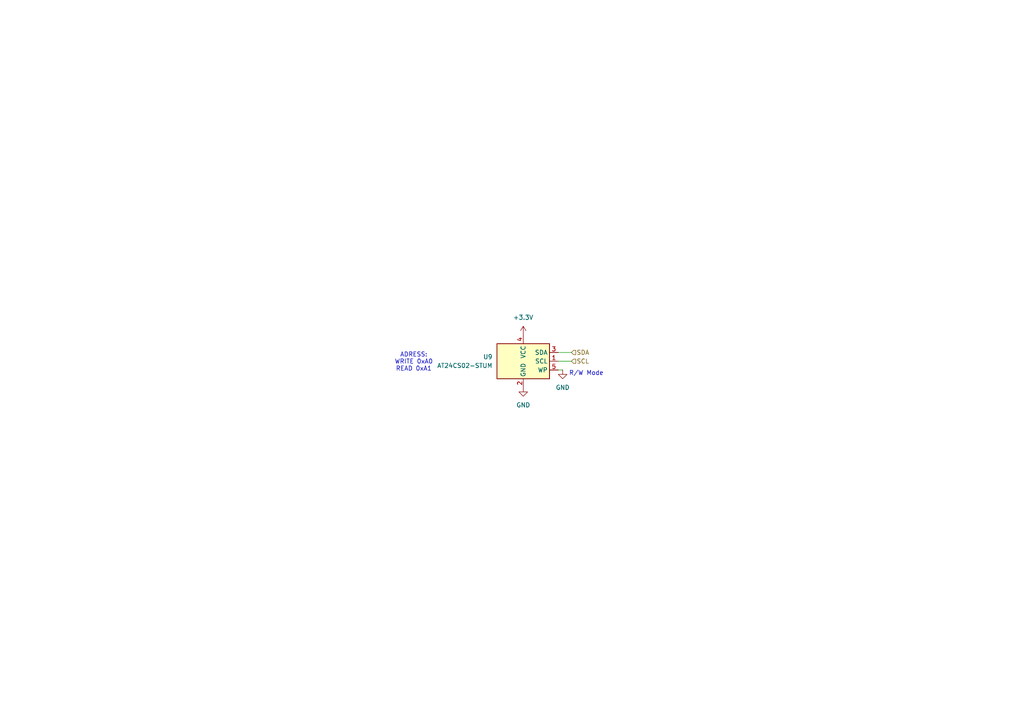
<source format=kicad_sch>
(kicad_sch (version 20231120) (generator "eeschema") (generator_version "8.0")
  (paper "A4")
  (lib_symbols
    (symbol "Memory_EEPROM:AT24CS02-STUM"
      (property "Reference" "U" (at -7.62 6.35 0))
      (property "Value" "AT24CS02-STUM" (at 2.54 -6.35 0))
      (symbol "AT24CS02-STUM_1_1"
        (rectangle (start -7.62 5.08) (end 7.62 -5.08) (stroke (width 0.254)) (fill (type background)))
        (pin input line (at 10.16 0 180) (length 2.54) (name "SCL") (number "1"))
        (pin power_in line (at 0 -7.62 90) (length 2.54) (name "GND") (number "2"))
        (pin bidirectional line (at 10.16 2.54 180) (length 2.54) (name "SDA") (number "3"))
        (pin power_in line (at 0 7.62 270) (length 2.54) (name "VCC") (number "4"))
        (pin input line (at 10.16 -2.54 180) (length 2.54) (name "WP") (number "5"))
      )
    )
    (symbol "power:+3.3V" (power) (pin_numbers hide) (pin_names (offset 0) hide)
      (property "Value" "+3.3V" (at 0 3.556 0))
      (symbol "+3.3V_0_1"
        (polyline (pts (xy -0.762 1.27) (xy 0 2.54)))
        (polyline (pts (xy 0 0) (xy 0 2.54)))
        (polyline (pts (xy 0 2.54) (xy 0.762 1.27)))
      )
      (symbol "+3.3V_1_1"
        (pin power_in line (at 0 0 90) (length 0) (name "~") (number "1"))
      )
    )
    (symbol "power:GND" (power) (pin_numbers hide) (pin_names (offset 0) hide)
      (property "Value" "GND" (at 0 -3.81 0))
      (symbol "GND_0_1"
        (polyline (pts (xy 0 0) (xy 0 -1.27) (xy 1.27 -1.27) (xy 0 -2.54) (xy -1.27 -1.27) (xy 0 -1.27)))
      )
      (symbol "GND_1_1"
        (pin power_in line (at 0 0 270) (length 0) (name "~") (number "1"))
      )
    )
  )
  (wire (pts (xy 163.195 107.315) (xy 161.925 107.315)))
  (wire (pts (xy 161.925 104.775) (xy 165.735 104.775)))
  (wire (pts (xy 165.735 102.235) (xy 161.925 102.235)))
  (text "ADRESS:\nWRITE 0xA0\nREAD 0xA1" (at 120.015 105.029 0) (effects (font (size 1.27 1.27))))
  (text "R/W Mode\n" (at 170.053 108.331 0) (effects (font (size 1.27 1.27))))
  (hierarchical_label "SDA" (shape input) (at 165.735 102.235 0))
  (hierarchical_label "SCL" (shape input) (at 165.735 104.775 0))
  (symbol (lib_id "Memory_EEPROM:AT24CS02-STUM") (at 151.765 104.775 0) (unit 1)
    (property "Reference" "U9" (at 142.875 103.5049 0) (effects (justify right)))
    (property "Value" "AT24CS02-STUM" (at 142.875 106.0449 0) (effects (justify right)))
    (property "Footprint" "Package_TO_SOT_SMD:SOT-23-5" (effects (hide yes)))
    (property "Datasheet" "http://ww1.microchip.com/downloads/en/DeviceDoc/Atmel-8815-SEEPROM-AT24CS01-02-Datasheet.pdf" (effects (hide yes)))
    (property "Description" "I2C Serial EEPROM, 2Kb (256x8) with Unique Serial Number, SOT-23-5" (effects (hide yes)))
  )
  (symbol (lib_id "power:+3.3V") (at 151.765 97.155 0) (unit 1)
    (property "Reference" "#PWR064" (effects (hide yes)))
    (property "Value" "+3.3V" (at 151.765 92.075 0))
    (property "Description" "Power symbol creates a global label with name \"+3.3V\"" (effects (hide yes)))
  )
  (symbol (lib_id "power:GND") (at 163.195 107.315 0) (unit 1)
    (property "Reference" "#PWR067" (effects (hide yes)))
    (property "Value" "GND" (at 163.195 112.395 0))
    (property "Description" "Power symbol creates a global label with name \"GND\" , ground" (effects (hide yes)))
  )
  (symbol (lib_id "power:GND") (at 151.765 112.395 0) (unit 1)
    (property "Reference" "#PWR066" (effects (hide yes)))
    (property "Value" "GND" (at 151.765 117.475 0))
    (property "Description" "Power symbol creates a global label with name \"GND\" , ground" (effects (hide yes)))
  )
)
</source>
